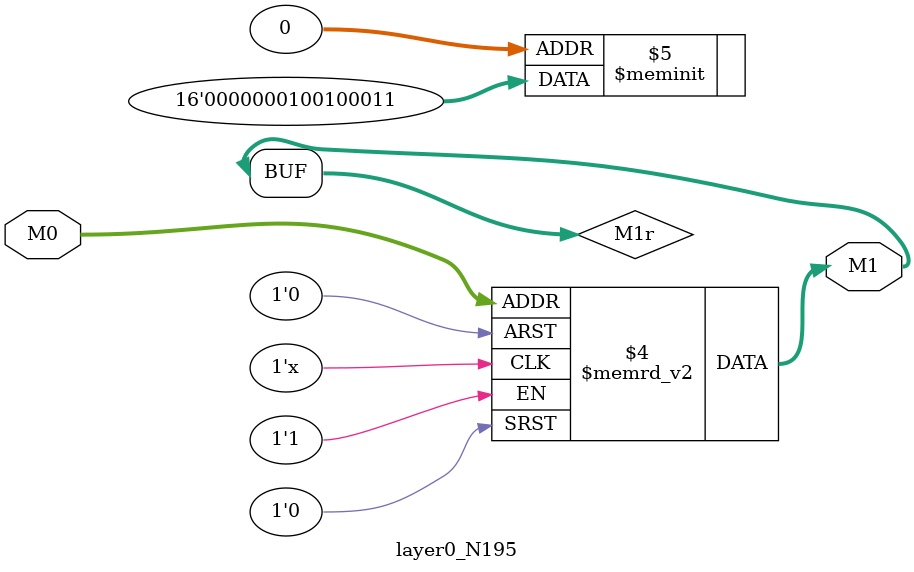
<source format=v>
module layer0_N195 ( input [2:0] M0, output [1:0] M1 );

	(*rom_style = "distributed" *) reg [1:0] M1r;
	assign M1 = M1r;
	always @ (M0) begin
		case (M0)
			3'b000: M1r = 2'b11;
			3'b100: M1r = 2'b01;
			3'b010: M1r = 2'b10;
			3'b110: M1r = 2'b00;
			3'b001: M1r = 2'b00;
			3'b101: M1r = 2'b00;
			3'b011: M1r = 2'b00;
			3'b111: M1r = 2'b00;

		endcase
	end
endmodule

</source>
